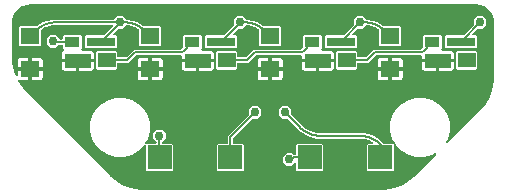
<source format=gbr>
G04 EAGLE Gerber RS-274X export*
G75*
%MOMM*%
%FSLAX34Y34*%
%LPD*%
%INTop Copper*%
%IPPOS*%
%AMOC8*
5,1,8,0,0,1.08239X$1,22.5*%
G01*
%ADD10R,1.600000X1.400000*%
%ADD11R,1.300000X0.900000*%
%ADD12R,2.200000X1.200000*%
%ADD13R,2.400000X0.800000*%
%ADD14R,1.500000X1.300000*%
%ADD15R,2.000000X2.000000*%
%ADD16C,0.756400*%
%ADD17C,0.152400*%

G36*
X487304Y403863D02*
X487304Y403863D01*
X487327Y403862D01*
X491157Y404050D01*
X491189Y404057D01*
X491268Y404064D01*
X498782Y405558D01*
X498804Y405566D01*
X498924Y405601D01*
X506002Y408533D01*
X506022Y408546D01*
X506133Y408603D01*
X512503Y412859D01*
X512527Y412882D01*
X512591Y412928D01*
X515433Y415504D01*
X515442Y415515D01*
X515460Y415529D01*
X534067Y434136D01*
X534081Y434156D01*
X534099Y434171D01*
X534152Y434255D01*
X534210Y434336D01*
X534217Y434359D01*
X534230Y434379D01*
X534253Y434476D01*
X534282Y434571D01*
X534282Y434595D01*
X534287Y434618D01*
X534279Y434717D01*
X534276Y434817D01*
X534268Y434839D01*
X534266Y434863D01*
X534226Y434954D01*
X534192Y435048D01*
X534177Y435067D01*
X534167Y435089D01*
X534100Y435162D01*
X534038Y435240D01*
X534018Y435253D01*
X534001Y435271D01*
X533915Y435319D01*
X533831Y435373D01*
X533808Y435379D01*
X533787Y435390D01*
X533689Y435409D01*
X533593Y435433D01*
X533568Y435431D01*
X533545Y435435D01*
X533446Y435421D01*
X533347Y435414D01*
X533325Y435404D01*
X533301Y435401D01*
X533148Y435334D01*
X530412Y433754D01*
X524012Y432039D01*
X517388Y432039D01*
X510988Y433754D01*
X505251Y437066D01*
X500566Y441751D01*
X500145Y442480D01*
X500115Y442518D01*
X500092Y442560D01*
X500038Y442612D01*
X499989Y442671D01*
X499949Y442696D01*
X499914Y442729D01*
X499845Y442761D01*
X499781Y442801D01*
X499735Y442813D01*
X499691Y442833D01*
X499616Y442841D01*
X499542Y442859D01*
X499494Y442855D01*
X499447Y442860D01*
X499372Y442844D01*
X499297Y442837D01*
X499253Y442818D01*
X499206Y442808D01*
X499141Y442769D01*
X499072Y442738D01*
X499036Y442706D01*
X498995Y442682D01*
X498946Y442624D01*
X498890Y442573D01*
X498866Y442531D01*
X498835Y442495D01*
X498807Y442424D01*
X498770Y442358D01*
X498761Y442311D01*
X498743Y442267D01*
X498729Y442138D01*
X498725Y442116D01*
X498726Y442110D01*
X498725Y442100D01*
X498725Y421168D01*
X497832Y420275D01*
X476568Y420275D01*
X475675Y421168D01*
X475675Y442432D01*
X476568Y443325D01*
X480255Y443325D01*
X480303Y443332D01*
X480351Y443331D01*
X480423Y443352D01*
X480498Y443364D01*
X480540Y443387D01*
X480587Y443401D01*
X480649Y443444D01*
X480716Y443480D01*
X480749Y443514D01*
X480788Y443542D01*
X480833Y443603D01*
X480885Y443658D01*
X480905Y443701D01*
X480934Y443740D01*
X480957Y443812D01*
X480989Y443881D01*
X480994Y443929D01*
X481008Y443974D01*
X481007Y444050D01*
X481016Y444125D01*
X481005Y444172D01*
X481005Y444220D01*
X480979Y444292D01*
X480963Y444366D01*
X480939Y444407D01*
X480923Y444452D01*
X480876Y444512D01*
X480837Y444577D01*
X480801Y444608D01*
X480771Y444646D01*
X480667Y444722D01*
X480650Y444737D01*
X480644Y444739D01*
X480636Y444745D01*
X478453Y446006D01*
X478438Y446011D01*
X478426Y446021D01*
X478269Y446082D01*
X472950Y447507D01*
X472927Y447509D01*
X472803Y447531D01*
X470050Y447712D01*
X470031Y447710D01*
X470000Y447713D01*
X433176Y447713D01*
X426134Y449600D01*
X419821Y453245D01*
X417244Y455822D01*
X417244Y455823D01*
X408696Y464370D01*
X408622Y464423D01*
X408552Y464483D01*
X408522Y464495D01*
X408496Y464514D01*
X408409Y464541D01*
X408324Y464575D01*
X408283Y464579D01*
X408261Y464586D01*
X408229Y464585D01*
X408157Y464593D01*
X404202Y464593D01*
X401093Y467702D01*
X401093Y472098D01*
X404202Y475207D01*
X408598Y475207D01*
X411707Y472098D01*
X411707Y468143D01*
X411721Y468052D01*
X411729Y467962D01*
X411741Y467932D01*
X411746Y467900D01*
X411789Y467819D01*
X411825Y467735D01*
X411851Y467703D01*
X411862Y467682D01*
X411885Y467660D01*
X411930Y467604D01*
X420477Y459056D01*
X420493Y459046D01*
X420514Y459022D01*
X422712Y457095D01*
X422732Y457082D01*
X422833Y457008D01*
X427887Y454090D01*
X427901Y454085D01*
X427914Y454075D01*
X428070Y454014D01*
X433706Y452504D01*
X433730Y452502D01*
X433854Y452480D01*
X436771Y452288D01*
X436790Y452290D01*
X436821Y452287D01*
X473479Y452287D01*
X480201Y450486D01*
X486228Y447006D01*
X488688Y444546D01*
X489500Y443734D01*
X489686Y443548D01*
X489760Y443494D01*
X489830Y443435D01*
X489860Y443423D01*
X489886Y443404D01*
X489973Y443377D01*
X490058Y443343D01*
X490099Y443339D01*
X490121Y443332D01*
X490153Y443333D01*
X490225Y443325D01*
X497832Y443325D01*
X498064Y443093D01*
X498083Y443078D01*
X498099Y443060D01*
X498183Y443007D01*
X498264Y442949D01*
X498286Y442942D01*
X498307Y442929D01*
X498404Y442906D01*
X498499Y442877D01*
X498523Y442877D01*
X498546Y442872D01*
X498645Y442880D01*
X498745Y442883D01*
X498767Y442891D01*
X498791Y442893D01*
X498882Y442933D01*
X498976Y442967D01*
X498994Y442983D01*
X499016Y442992D01*
X499090Y443059D01*
X499168Y443121D01*
X499181Y443141D01*
X499198Y443158D01*
X499247Y443244D01*
X499301Y443328D01*
X499306Y443351D01*
X499318Y443372D01*
X499336Y443470D01*
X499361Y443567D01*
X499359Y443591D01*
X499363Y443614D01*
X499349Y443713D01*
X499341Y443812D01*
X499332Y443834D01*
X499329Y443858D01*
X499261Y444011D01*
X497254Y447488D01*
X495539Y453888D01*
X495539Y460512D01*
X497254Y466912D01*
X500566Y472649D01*
X505251Y477334D01*
X510988Y480646D01*
X517388Y482361D01*
X524012Y482361D01*
X530412Y480646D01*
X536149Y477334D01*
X540834Y472649D01*
X544146Y466912D01*
X545861Y460512D01*
X545861Y453888D01*
X544146Y447488D01*
X542566Y444752D01*
X542558Y444730D01*
X542544Y444710D01*
X542515Y444615D01*
X542479Y444522D01*
X542479Y444498D01*
X542472Y444475D01*
X542474Y444376D01*
X542470Y444276D01*
X542477Y444253D01*
X542478Y444229D01*
X542512Y444136D01*
X542540Y444041D01*
X542554Y444021D01*
X542562Y443998D01*
X542624Y443921D01*
X542682Y443839D01*
X542701Y443825D01*
X542716Y443806D01*
X542800Y443752D01*
X542880Y443694D01*
X542903Y443686D01*
X542923Y443673D01*
X543019Y443649D01*
X543114Y443619D01*
X543138Y443619D01*
X543161Y443613D01*
X543260Y443621D01*
X543360Y443622D01*
X543383Y443630D01*
X543407Y443632D01*
X543498Y443671D01*
X543592Y443704D01*
X543611Y443719D01*
X543633Y443729D01*
X543764Y443833D01*
X571771Y471840D01*
X571779Y471852D01*
X571796Y471867D01*
X574372Y474709D01*
X574390Y474736D01*
X574441Y474797D01*
X578697Y481166D01*
X578707Y481188D01*
X578767Y481298D01*
X581699Y488376D01*
X581704Y488399D01*
X581742Y488518D01*
X583236Y496032D01*
X583238Y496065D01*
X583250Y496143D01*
X583438Y499973D01*
X583437Y499988D01*
X583439Y500011D01*
X583439Y546400D01*
X583436Y546422D01*
X583437Y546460D01*
X583264Y548662D01*
X583262Y548668D01*
X583263Y548673D01*
X583229Y548838D01*
X581868Y553027D01*
X581851Y553058D01*
X581843Y553093D01*
X581759Y553239D01*
X579171Y556802D01*
X579145Y556827D01*
X579126Y556858D01*
X579002Y556971D01*
X575439Y559559D01*
X575407Y559576D01*
X575379Y559599D01*
X575227Y559668D01*
X571038Y561029D01*
X571032Y561030D01*
X571027Y561032D01*
X570862Y561064D01*
X568660Y561237D01*
X568638Y561235D01*
X568600Y561239D01*
X190100Y561239D01*
X190078Y561236D01*
X190040Y561237D01*
X187838Y561064D01*
X187832Y561062D01*
X187827Y561063D01*
X187662Y561029D01*
X183473Y559668D01*
X183442Y559651D01*
X183407Y559643D01*
X183261Y559559D01*
X179698Y556971D01*
X179673Y556945D01*
X179642Y556926D01*
X179529Y556802D01*
X176941Y553239D01*
X176924Y553207D01*
X176901Y553179D01*
X176832Y553027D01*
X175471Y548838D01*
X175470Y548832D01*
X175468Y548827D01*
X175436Y548662D01*
X175263Y546460D01*
X175265Y546438D01*
X175261Y546400D01*
X175261Y516011D01*
X175263Y515996D01*
X175262Y515973D01*
X175450Y512143D01*
X175457Y512111D01*
X175464Y512032D01*
X176958Y504518D01*
X176966Y504496D01*
X177001Y504376D01*
X178495Y500770D01*
X178546Y500687D01*
X178592Y500602D01*
X178611Y500584D01*
X178624Y500561D01*
X178699Y500499D01*
X178770Y500432D01*
X178794Y500421D01*
X178814Y500404D01*
X178905Y500370D01*
X178993Y500329D01*
X179019Y500326D01*
X179043Y500316D01*
X179141Y500312D01*
X179237Y500301D01*
X179263Y500307D01*
X179289Y500306D01*
X179383Y500333D01*
X179478Y500354D01*
X179500Y500367D01*
X179525Y500374D01*
X179605Y500430D01*
X179689Y500480D01*
X179706Y500500D01*
X179727Y500515D01*
X179786Y500593D01*
X179849Y500667D01*
X179859Y500691D01*
X179874Y500712D01*
X179904Y500805D01*
X179941Y500895D01*
X179944Y500927D01*
X179950Y500946D01*
X179950Y500979D01*
X179959Y501062D01*
X179959Y505177D01*
X188977Y505177D01*
X188977Y497159D01*
X182166Y497159D01*
X181491Y497340D01*
X181395Y497350D01*
X181300Y497366D01*
X181274Y497362D01*
X181247Y497364D01*
X181153Y497343D01*
X181057Y497328D01*
X181033Y497316D01*
X181007Y497309D01*
X180925Y497259D01*
X180839Y497215D01*
X180820Y497195D01*
X180797Y497181D01*
X180735Y497107D01*
X180668Y497038D01*
X180657Y497013D01*
X180639Y496992D01*
X180604Y496903D01*
X180563Y496816D01*
X180560Y496789D01*
X180550Y496763D01*
X180545Y496667D01*
X180534Y496571D01*
X180539Y496545D01*
X180538Y496518D01*
X180564Y496425D01*
X180584Y496331D01*
X180600Y496300D01*
X180605Y496281D01*
X180624Y496254D01*
X180661Y496182D01*
X184259Y490797D01*
X184282Y490773D01*
X184328Y490709D01*
X186904Y487867D01*
X186915Y487858D01*
X186929Y487840D01*
X259240Y415529D01*
X259252Y415521D01*
X259267Y415504D01*
X262109Y412928D01*
X262136Y412910D01*
X262197Y412859D01*
X268567Y408603D01*
X268588Y408593D01*
X268698Y408533D01*
X275776Y405601D01*
X275799Y405596D01*
X275918Y405558D01*
X283432Y404064D01*
X283465Y404062D01*
X283543Y404050D01*
X287373Y403862D01*
X287388Y403863D01*
X287411Y403861D01*
X487289Y403861D01*
X487304Y403863D01*
G37*
%LPC*%
G36*
X289568Y420275D02*
X289568Y420275D01*
X288675Y421168D01*
X288675Y442100D01*
X288668Y442147D01*
X288669Y442195D01*
X288648Y442268D01*
X288636Y442343D01*
X288613Y442385D01*
X288599Y442431D01*
X288556Y442493D01*
X288520Y442560D01*
X288486Y442593D01*
X288458Y442632D01*
X288397Y442677D01*
X288342Y442729D01*
X288299Y442750D01*
X288260Y442778D01*
X288188Y442801D01*
X288119Y442833D01*
X288071Y442838D01*
X288026Y442853D01*
X287950Y442852D01*
X287875Y442860D01*
X287828Y442850D01*
X287780Y442849D01*
X287708Y442824D01*
X287634Y442808D01*
X287593Y442783D01*
X287548Y442767D01*
X287488Y442720D01*
X287423Y442682D01*
X287392Y442645D01*
X287354Y442616D01*
X287278Y442512D01*
X287263Y442495D01*
X287261Y442488D01*
X287255Y442480D01*
X286834Y441751D01*
X282149Y437066D01*
X276412Y433754D01*
X270012Y432039D01*
X263388Y432039D01*
X256988Y433754D01*
X251251Y437066D01*
X246566Y441751D01*
X243254Y447488D01*
X241539Y453888D01*
X241539Y460512D01*
X243254Y466912D01*
X246566Y472649D01*
X251251Y477334D01*
X256988Y480646D01*
X263388Y482361D01*
X270012Y482361D01*
X276412Y480646D01*
X282149Y477334D01*
X286834Y472649D01*
X290146Y466912D01*
X291861Y460512D01*
X291861Y453888D01*
X290146Y447488D01*
X288139Y444011D01*
X288130Y443989D01*
X288116Y443969D01*
X288087Y443874D01*
X288052Y443781D01*
X288051Y443757D01*
X288044Y443734D01*
X288046Y443635D01*
X288043Y443536D01*
X288049Y443512D01*
X288050Y443488D01*
X288084Y443395D01*
X288112Y443300D01*
X288126Y443280D01*
X288135Y443257D01*
X288197Y443180D01*
X288254Y443098D01*
X288273Y443084D01*
X288288Y443065D01*
X288372Y443011D01*
X288452Y442953D01*
X288475Y442945D01*
X288495Y442932D01*
X288591Y442908D01*
X288686Y442878D01*
X288710Y442878D01*
X288734Y442872D01*
X288833Y442880D01*
X288932Y442881D01*
X288955Y442889D01*
X288979Y442891D01*
X289070Y442930D01*
X289164Y442963D01*
X289183Y442978D01*
X289205Y442988D01*
X289336Y443092D01*
X289568Y443325D01*
X296952Y443325D01*
X296972Y443328D01*
X296991Y443326D01*
X297093Y443348D01*
X297195Y443364D01*
X297212Y443374D01*
X297232Y443378D01*
X297321Y443431D01*
X297412Y443480D01*
X297426Y443494D01*
X297443Y443504D01*
X297510Y443583D01*
X297582Y443658D01*
X297590Y443676D01*
X297603Y443691D01*
X297642Y443787D01*
X297685Y443881D01*
X297687Y443901D01*
X297695Y443919D01*
X297713Y444086D01*
X297713Y444467D01*
X297699Y444557D01*
X297691Y444648D01*
X297679Y444677D01*
X297674Y444709D01*
X297631Y444790D01*
X297595Y444874D01*
X297569Y444906D01*
X297558Y444927D01*
X297535Y444949D01*
X297490Y445005D01*
X294693Y447802D01*
X294693Y452198D01*
X297802Y455307D01*
X302198Y455307D01*
X305307Y452198D01*
X305307Y447802D01*
X302510Y445005D01*
X302457Y444931D01*
X302397Y444861D01*
X302385Y444831D01*
X302366Y444805D01*
X302339Y444718D01*
X302305Y444633D01*
X302301Y444592D01*
X302294Y444570D01*
X302295Y444538D01*
X302287Y444467D01*
X302287Y444086D01*
X302290Y444066D01*
X302288Y444047D01*
X302310Y443945D01*
X302326Y443843D01*
X302336Y443826D01*
X302340Y443806D01*
X302393Y443717D01*
X302442Y443626D01*
X302456Y443612D01*
X302466Y443595D01*
X302545Y443528D01*
X302620Y443456D01*
X302638Y443448D01*
X302653Y443435D01*
X302749Y443396D01*
X302843Y443353D01*
X302863Y443351D01*
X302881Y443343D01*
X303048Y443325D01*
X310832Y443325D01*
X311725Y442432D01*
X311725Y421168D01*
X310832Y420275D01*
X289568Y420275D01*
G37*
%LPD*%
%LPC*%
G36*
X238168Y524175D02*
X238168Y524175D01*
X237275Y525068D01*
X237275Y534332D01*
X238168Y535225D01*
X252775Y535225D01*
X252866Y535239D01*
X252956Y535247D01*
X252986Y535259D01*
X253018Y535264D01*
X253099Y535307D01*
X253183Y535343D01*
X253215Y535369D01*
X253236Y535380D01*
X253258Y535403D01*
X253314Y535448D01*
X260380Y542514D01*
X260422Y542572D01*
X260471Y542624D01*
X260493Y542671D01*
X260523Y542713D01*
X260544Y542782D01*
X260575Y542847D01*
X260580Y542899D01*
X260596Y542949D01*
X260594Y543020D01*
X260602Y543091D01*
X260591Y543142D01*
X260589Y543194D01*
X260565Y543262D01*
X260550Y543332D01*
X260523Y543377D01*
X260505Y543425D01*
X260460Y543481D01*
X260423Y543543D01*
X260384Y543577D01*
X260351Y543617D01*
X260291Y543656D01*
X260236Y543703D01*
X260188Y543722D01*
X260144Y543750D01*
X260075Y543768D01*
X260008Y543795D01*
X259937Y543803D01*
X259906Y543811D01*
X259882Y543809D01*
X259842Y543813D01*
X212421Y543813D01*
X212403Y543810D01*
X212371Y543812D01*
X209454Y543620D01*
X209431Y543615D01*
X209306Y543596D01*
X203670Y542086D01*
X203656Y542079D01*
X203640Y542077D01*
X203487Y542010D01*
X200405Y540231D01*
X200353Y540188D01*
X200295Y540153D01*
X200258Y540111D01*
X200215Y540075D01*
X200179Y540018D01*
X200135Y539966D01*
X200114Y539914D01*
X200084Y539867D01*
X200068Y539801D01*
X200043Y539738D01*
X200034Y539660D01*
X200027Y539628D01*
X200029Y539607D01*
X200025Y539572D01*
X200025Y527068D01*
X199132Y526175D01*
X181868Y526175D01*
X180975Y527068D01*
X180975Y542332D01*
X181868Y543225D01*
X195858Y543225D01*
X195971Y543243D01*
X196085Y543259D01*
X196094Y543263D01*
X196100Y543264D01*
X196120Y543275D01*
X196238Y543327D01*
X201734Y546500D01*
X208776Y548387D01*
X261167Y548387D01*
X261257Y548401D01*
X261348Y548409D01*
X261377Y548421D01*
X261409Y548426D01*
X261490Y548469D01*
X261574Y548505D01*
X261606Y548531D01*
X261627Y548542D01*
X261649Y548565D01*
X261705Y548610D01*
X264502Y551407D01*
X268898Y551407D01*
X271695Y548610D01*
X271769Y548557D01*
X271839Y548497D01*
X271869Y548485D01*
X271895Y548466D01*
X271982Y548439D01*
X272067Y548405D01*
X272108Y548401D01*
X272130Y548394D01*
X272162Y548395D01*
X272233Y548387D01*
X273824Y548387D01*
X280866Y546500D01*
X286362Y543327D01*
X286468Y543286D01*
X286576Y543243D01*
X286586Y543242D01*
X286592Y543240D01*
X286614Y543239D01*
X286742Y543225D01*
X300732Y543225D01*
X301625Y542332D01*
X301625Y527068D01*
X300732Y526175D01*
X283468Y526175D01*
X282575Y527068D01*
X282575Y539572D01*
X282564Y539638D01*
X282563Y539706D01*
X282545Y539759D01*
X282536Y539814D01*
X282504Y539874D01*
X282481Y539938D01*
X282447Y539982D01*
X282420Y540032D01*
X282372Y540078D01*
X282330Y540132D01*
X282266Y540178D01*
X282242Y540201D01*
X282223Y540210D01*
X282195Y540231D01*
X279113Y542010D01*
X279099Y542015D01*
X279086Y542025D01*
X278930Y542086D01*
X273294Y543596D01*
X273270Y543598D01*
X273146Y543620D01*
X272157Y543685D01*
X272041Y543674D01*
X271926Y543665D01*
X271919Y543662D01*
X271912Y543661D01*
X271805Y543614D01*
X271700Y543569D01*
X271693Y543563D01*
X271688Y543561D01*
X271672Y543547D01*
X271569Y543464D01*
X268898Y540793D01*
X265442Y540793D01*
X265352Y540779D01*
X265261Y540771D01*
X265232Y540759D01*
X265200Y540754D01*
X265119Y540711D01*
X265035Y540675D01*
X265003Y540649D01*
X264982Y540638D01*
X264960Y540615D01*
X264904Y540570D01*
X260858Y536524D01*
X260816Y536466D01*
X260767Y536414D01*
X260745Y536367D01*
X260715Y536325D01*
X260694Y536256D01*
X260663Y536191D01*
X260658Y536139D01*
X260642Y536089D01*
X260644Y536018D01*
X260636Y535947D01*
X260647Y535896D01*
X260649Y535844D01*
X260673Y535776D01*
X260688Y535706D01*
X260715Y535662D01*
X260733Y535613D01*
X260778Y535557D01*
X260815Y535495D01*
X260854Y535461D01*
X260887Y535421D01*
X260947Y535382D01*
X261002Y535335D01*
X261050Y535316D01*
X261094Y535288D01*
X261163Y535270D01*
X261230Y535243D01*
X261301Y535235D01*
X261332Y535227D01*
X261356Y535229D01*
X261396Y535225D01*
X263432Y535225D01*
X264325Y534332D01*
X264325Y525068D01*
X263432Y524175D01*
X238168Y524175D01*
G37*
%LPD*%
%LPC*%
G36*
X247168Y506175D02*
X247168Y506175D01*
X246275Y507068D01*
X246275Y521332D01*
X247168Y522225D01*
X263432Y522225D01*
X264325Y521332D01*
X264325Y517248D01*
X264328Y517228D01*
X264326Y517209D01*
X264348Y517107D01*
X264364Y517005D01*
X264374Y516988D01*
X264378Y516968D01*
X264431Y516879D01*
X264480Y516788D01*
X264494Y516774D01*
X264504Y516757D01*
X264583Y516690D01*
X264658Y516618D01*
X264676Y516610D01*
X264691Y516597D01*
X264787Y516558D01*
X264881Y516515D01*
X264901Y516513D01*
X264919Y516505D01*
X265086Y516487D01*
X271637Y516487D01*
X271728Y516501D01*
X271818Y516509D01*
X271848Y516521D01*
X271880Y516526D01*
X271961Y516569D01*
X272045Y516605D01*
X272077Y516631D01*
X272098Y516642D01*
X272120Y516665D01*
X272176Y516710D01*
X278453Y522987D01*
X317905Y522987D01*
X317995Y523001D01*
X318086Y523009D01*
X318115Y523021D01*
X318147Y523026D01*
X318228Y523069D01*
X318312Y523105D01*
X318344Y523131D01*
X318365Y523142D01*
X318387Y523165D01*
X318443Y523210D01*
X319652Y524419D01*
X319705Y524493D01*
X319765Y524563D01*
X319777Y524593D01*
X319796Y524619D01*
X319823Y524706D01*
X319857Y524791D01*
X319861Y524832D01*
X319868Y524854D01*
X319867Y524886D01*
X319875Y524957D01*
X319875Y534332D01*
X320768Y535225D01*
X335032Y535225D01*
X335925Y534332D01*
X335925Y524068D01*
X335397Y523540D01*
X335355Y523482D01*
X335305Y523430D01*
X335283Y523383D01*
X335253Y523341D01*
X335232Y523272D01*
X335202Y523207D01*
X335196Y523155D01*
X335181Y523105D01*
X335183Y523034D01*
X335175Y522963D01*
X335186Y522912D01*
X335187Y522860D01*
X335212Y522792D01*
X335227Y522722D01*
X335254Y522677D01*
X335271Y522629D01*
X335316Y522573D01*
X335353Y522511D01*
X335393Y522477D01*
X335425Y522437D01*
X335485Y522398D01*
X335540Y522351D01*
X335588Y522332D01*
X335632Y522304D01*
X335702Y522286D01*
X335768Y522259D01*
X335839Y522251D01*
X335871Y522243D01*
X335894Y522245D01*
X335935Y522241D01*
X343734Y522241D01*
X344381Y522068D01*
X344960Y521733D01*
X345433Y521260D01*
X345768Y520681D01*
X345941Y520034D01*
X345941Y515223D01*
X333162Y515223D01*
X333142Y515220D01*
X333123Y515222D01*
X333021Y515200D01*
X332919Y515183D01*
X332902Y515174D01*
X332882Y515170D01*
X332793Y515117D01*
X332702Y515068D01*
X332688Y515054D01*
X332671Y515044D01*
X332604Y514965D01*
X332533Y514890D01*
X332524Y514872D01*
X332511Y514857D01*
X332472Y514761D01*
X332429Y514667D01*
X332427Y514647D01*
X332419Y514629D01*
X332401Y514462D01*
X332401Y513699D01*
X332399Y513699D01*
X332399Y514462D01*
X332396Y514482D01*
X332398Y514501D01*
X332376Y514603D01*
X332359Y514705D01*
X332350Y514722D01*
X332346Y514742D01*
X332293Y514831D01*
X332244Y514922D01*
X332230Y514936D01*
X332220Y514953D01*
X332141Y515020D01*
X332066Y515091D01*
X332048Y515100D01*
X332033Y515113D01*
X331937Y515152D01*
X331843Y515195D01*
X331823Y515197D01*
X331805Y515205D01*
X331638Y515223D01*
X318859Y515223D01*
X318859Y517652D01*
X318856Y517672D01*
X318858Y517691D01*
X318836Y517793D01*
X318820Y517895D01*
X318810Y517912D01*
X318806Y517932D01*
X318753Y518021D01*
X318704Y518112D01*
X318690Y518126D01*
X318680Y518143D01*
X318601Y518210D01*
X318526Y518281D01*
X318508Y518290D01*
X318493Y518303D01*
X318397Y518342D01*
X318303Y518385D01*
X318283Y518387D01*
X318265Y518395D01*
X318098Y518413D01*
X280663Y518413D01*
X280572Y518399D01*
X280482Y518391D01*
X280452Y518379D01*
X280420Y518374D01*
X280339Y518331D01*
X280255Y518295D01*
X280223Y518269D01*
X280202Y518258D01*
X280180Y518235D01*
X280124Y518190D01*
X273847Y511913D01*
X265086Y511913D01*
X265066Y511910D01*
X265047Y511912D01*
X264945Y511890D01*
X264843Y511874D01*
X264826Y511864D01*
X264806Y511860D01*
X264717Y511807D01*
X264626Y511758D01*
X264612Y511744D01*
X264595Y511734D01*
X264528Y511655D01*
X264456Y511580D01*
X264448Y511562D01*
X264435Y511547D01*
X264396Y511451D01*
X264353Y511357D01*
X264351Y511337D01*
X264343Y511319D01*
X264325Y511152D01*
X264325Y507068D01*
X263432Y506175D01*
X247168Y506175D01*
G37*
%LPD*%
%LPC*%
G36*
X450368Y506175D02*
X450368Y506175D01*
X449475Y507068D01*
X449475Y521332D01*
X450368Y522225D01*
X466632Y522225D01*
X467525Y521332D01*
X467525Y517248D01*
X467528Y517228D01*
X467526Y517209D01*
X467548Y517107D01*
X467564Y517005D01*
X467574Y516988D01*
X467578Y516968D01*
X467631Y516879D01*
X467680Y516788D01*
X467694Y516774D01*
X467704Y516757D01*
X467783Y516690D01*
X467858Y516618D01*
X467876Y516610D01*
X467891Y516597D01*
X467987Y516558D01*
X468081Y516515D01*
X468101Y516513D01*
X468119Y516505D01*
X468286Y516487D01*
X474837Y516487D01*
X474928Y516501D01*
X475018Y516509D01*
X475048Y516521D01*
X475080Y516526D01*
X475161Y516569D01*
X475245Y516605D01*
X475277Y516631D01*
X475298Y516642D01*
X475320Y516665D01*
X475376Y516710D01*
X480090Y521424D01*
X481653Y522987D01*
X521105Y522987D01*
X521195Y523001D01*
X521286Y523009D01*
X521315Y523021D01*
X521347Y523026D01*
X521428Y523069D01*
X521512Y523105D01*
X521544Y523131D01*
X521565Y523142D01*
X521587Y523165D01*
X521643Y523210D01*
X522852Y524419D01*
X522905Y524493D01*
X522965Y524562D01*
X522977Y524593D01*
X522996Y524619D01*
X523023Y524706D01*
X523057Y524791D01*
X523061Y524832D01*
X523068Y524854D01*
X523067Y524886D01*
X523075Y524957D01*
X523075Y534332D01*
X523968Y535225D01*
X538232Y535225D01*
X539125Y534332D01*
X539125Y524068D01*
X538597Y523540D01*
X538555Y523482D01*
X538505Y523430D01*
X538483Y523383D01*
X538453Y523341D01*
X538432Y523272D01*
X538402Y523207D01*
X538396Y523155D01*
X538381Y523105D01*
X538383Y523034D01*
X538375Y522963D01*
X538386Y522912D01*
X538387Y522860D01*
X538412Y522792D01*
X538427Y522722D01*
X538454Y522677D01*
X538471Y522629D01*
X538516Y522573D01*
X538553Y522511D01*
X538593Y522477D01*
X538625Y522437D01*
X538685Y522398D01*
X538740Y522351D01*
X538788Y522332D01*
X538832Y522304D01*
X538902Y522286D01*
X538968Y522259D01*
X539039Y522251D01*
X539071Y522243D01*
X539094Y522245D01*
X539135Y522241D01*
X546934Y522241D01*
X547581Y522068D01*
X548160Y521733D01*
X548633Y521260D01*
X548968Y520681D01*
X549141Y520034D01*
X549141Y515223D01*
X536362Y515223D01*
X536342Y515220D01*
X536323Y515222D01*
X536221Y515200D01*
X536119Y515183D01*
X536102Y515174D01*
X536082Y515170D01*
X535993Y515117D01*
X535902Y515068D01*
X535888Y515054D01*
X535871Y515044D01*
X535804Y514965D01*
X535733Y514890D01*
X535724Y514872D01*
X535711Y514857D01*
X535672Y514761D01*
X535629Y514667D01*
X535627Y514647D01*
X535619Y514629D01*
X535601Y514462D01*
X535601Y513699D01*
X535599Y513699D01*
X535599Y514462D01*
X535596Y514482D01*
X535598Y514501D01*
X535576Y514603D01*
X535559Y514705D01*
X535550Y514722D01*
X535546Y514742D01*
X535493Y514831D01*
X535444Y514922D01*
X535430Y514936D01*
X535420Y514953D01*
X535341Y515020D01*
X535266Y515091D01*
X535248Y515100D01*
X535233Y515113D01*
X535137Y515152D01*
X535043Y515195D01*
X535023Y515197D01*
X535005Y515205D01*
X534838Y515223D01*
X522059Y515223D01*
X522059Y517652D01*
X522056Y517672D01*
X522058Y517691D01*
X522036Y517793D01*
X522020Y517895D01*
X522010Y517912D01*
X522006Y517932D01*
X521953Y518021D01*
X521904Y518112D01*
X521890Y518126D01*
X521880Y518143D01*
X521801Y518210D01*
X521726Y518281D01*
X521708Y518290D01*
X521693Y518303D01*
X521597Y518342D01*
X521503Y518385D01*
X521483Y518387D01*
X521465Y518395D01*
X521298Y518413D01*
X483862Y518413D01*
X483772Y518399D01*
X483681Y518391D01*
X483652Y518379D01*
X483620Y518374D01*
X483539Y518331D01*
X483455Y518295D01*
X483423Y518269D01*
X483402Y518258D01*
X483380Y518235D01*
X483324Y518190D01*
X477047Y511913D01*
X468286Y511913D01*
X468266Y511910D01*
X468247Y511912D01*
X468145Y511890D01*
X468043Y511874D01*
X468026Y511864D01*
X468006Y511860D01*
X467917Y511807D01*
X467826Y511758D01*
X467812Y511744D01*
X467795Y511734D01*
X467728Y511655D01*
X467656Y511580D01*
X467648Y511562D01*
X467635Y511547D01*
X467596Y511451D01*
X467553Y511357D01*
X467551Y511337D01*
X467543Y511319D01*
X467525Y511152D01*
X467525Y507068D01*
X466632Y506175D01*
X450368Y506175D01*
G37*
%LPD*%
%LPC*%
G36*
X348768Y506175D02*
X348768Y506175D01*
X347875Y507068D01*
X347875Y521332D01*
X348768Y522225D01*
X365032Y522225D01*
X365925Y521332D01*
X365925Y517248D01*
X365928Y517228D01*
X365926Y517209D01*
X365948Y517107D01*
X365964Y517005D01*
X365974Y516988D01*
X365978Y516968D01*
X366031Y516879D01*
X366080Y516788D01*
X366094Y516774D01*
X366104Y516757D01*
X366183Y516690D01*
X366258Y516618D01*
X366276Y516610D01*
X366291Y516597D01*
X366387Y516558D01*
X366481Y516515D01*
X366501Y516513D01*
X366519Y516505D01*
X366686Y516487D01*
X373238Y516487D01*
X373328Y516501D01*
X373419Y516509D01*
X373448Y516521D01*
X373480Y516526D01*
X373561Y516569D01*
X373645Y516605D01*
X373677Y516631D01*
X373698Y516642D01*
X373720Y516665D01*
X373776Y516710D01*
X378490Y521424D01*
X380053Y522987D01*
X419505Y522987D01*
X419595Y523001D01*
X419686Y523009D01*
X419715Y523021D01*
X419747Y523026D01*
X419828Y523069D01*
X419912Y523105D01*
X419944Y523131D01*
X419965Y523142D01*
X419987Y523165D01*
X420043Y523210D01*
X421252Y524419D01*
X421305Y524493D01*
X421365Y524562D01*
X421377Y524593D01*
X421396Y524619D01*
X421423Y524706D01*
X421457Y524791D01*
X421461Y524832D01*
X421468Y524854D01*
X421467Y524886D01*
X421475Y524957D01*
X421475Y534332D01*
X422368Y535225D01*
X436632Y535225D01*
X437525Y534332D01*
X437525Y524068D01*
X436997Y523540D01*
X436955Y523482D01*
X436905Y523430D01*
X436883Y523383D01*
X436853Y523341D01*
X436832Y523272D01*
X436802Y523207D01*
X436796Y523155D01*
X436781Y523105D01*
X436783Y523034D01*
X436775Y522963D01*
X436786Y522912D01*
X436787Y522860D01*
X436812Y522792D01*
X436827Y522722D01*
X436854Y522677D01*
X436871Y522629D01*
X436916Y522573D01*
X436953Y522511D01*
X436993Y522477D01*
X437025Y522437D01*
X437085Y522398D01*
X437140Y522351D01*
X437188Y522332D01*
X437232Y522304D01*
X437302Y522286D01*
X437368Y522259D01*
X437439Y522251D01*
X437471Y522243D01*
X437494Y522245D01*
X437535Y522241D01*
X445334Y522241D01*
X445981Y522068D01*
X446560Y521733D01*
X447033Y521260D01*
X447368Y520681D01*
X447541Y520034D01*
X447541Y515223D01*
X434762Y515223D01*
X434742Y515220D01*
X434723Y515222D01*
X434621Y515200D01*
X434519Y515183D01*
X434502Y515174D01*
X434482Y515170D01*
X434393Y515117D01*
X434302Y515068D01*
X434288Y515054D01*
X434271Y515044D01*
X434204Y514965D01*
X434133Y514890D01*
X434124Y514872D01*
X434111Y514857D01*
X434072Y514761D01*
X434029Y514667D01*
X434027Y514647D01*
X434019Y514629D01*
X434001Y514462D01*
X434001Y513699D01*
X433999Y513699D01*
X433999Y514462D01*
X433996Y514482D01*
X433998Y514501D01*
X433976Y514603D01*
X433959Y514705D01*
X433950Y514722D01*
X433946Y514742D01*
X433893Y514831D01*
X433844Y514922D01*
X433830Y514936D01*
X433820Y514953D01*
X433741Y515020D01*
X433666Y515091D01*
X433648Y515100D01*
X433633Y515113D01*
X433537Y515152D01*
X433443Y515195D01*
X433423Y515197D01*
X433405Y515205D01*
X433238Y515223D01*
X420459Y515223D01*
X420459Y517652D01*
X420456Y517672D01*
X420458Y517691D01*
X420436Y517793D01*
X420420Y517895D01*
X420410Y517912D01*
X420406Y517932D01*
X420353Y518021D01*
X420304Y518112D01*
X420290Y518126D01*
X420280Y518143D01*
X420201Y518210D01*
X420126Y518281D01*
X420108Y518290D01*
X420093Y518303D01*
X419997Y518342D01*
X419903Y518385D01*
X419883Y518387D01*
X419865Y518395D01*
X419698Y518413D01*
X382262Y518413D01*
X382172Y518399D01*
X382081Y518391D01*
X382052Y518379D01*
X382020Y518374D01*
X381939Y518331D01*
X381855Y518295D01*
X381823Y518269D01*
X381802Y518258D01*
X381780Y518235D01*
X381724Y518190D01*
X377010Y513476D01*
X375447Y511913D01*
X366686Y511913D01*
X366666Y511910D01*
X366647Y511912D01*
X366545Y511890D01*
X366443Y511874D01*
X366426Y511864D01*
X366406Y511860D01*
X366317Y511807D01*
X366226Y511758D01*
X366212Y511744D01*
X366195Y511734D01*
X366128Y511655D01*
X366056Y511580D01*
X366048Y511562D01*
X366035Y511547D01*
X365996Y511451D01*
X365953Y511357D01*
X365951Y511337D01*
X365943Y511319D01*
X365925Y511152D01*
X365925Y507068D01*
X365032Y506175D01*
X348768Y506175D01*
G37*
%LPD*%
%LPC*%
G36*
X441368Y524175D02*
X441368Y524175D01*
X440475Y525068D01*
X440475Y534332D01*
X441368Y535225D01*
X455475Y535225D01*
X455566Y535239D01*
X455656Y535247D01*
X455686Y535259D01*
X455718Y535264D01*
X455799Y535307D01*
X455883Y535343D01*
X455915Y535369D01*
X455936Y535380D01*
X455958Y535403D01*
X456014Y535448D01*
X464370Y543804D01*
X464423Y543878D01*
X464483Y543948D01*
X464495Y543978D01*
X464514Y544004D01*
X464541Y544091D01*
X464575Y544176D01*
X464579Y544217D01*
X464586Y544239D01*
X464585Y544271D01*
X464593Y544343D01*
X464593Y548298D01*
X467702Y551407D01*
X472098Y551407D01*
X474895Y548610D01*
X474969Y548557D01*
X475039Y548497D01*
X475069Y548485D01*
X475095Y548466D01*
X475182Y548439D01*
X475267Y548405D01*
X475308Y548401D01*
X475330Y548394D01*
X475362Y548395D01*
X475433Y548387D01*
X477024Y548387D01*
X484066Y546500D01*
X489562Y543327D01*
X489668Y543286D01*
X489776Y543243D01*
X489786Y543242D01*
X489792Y543240D01*
X489814Y543239D01*
X489942Y543225D01*
X503932Y543225D01*
X504825Y542332D01*
X504825Y527068D01*
X503932Y526175D01*
X486668Y526175D01*
X485775Y527068D01*
X485775Y539572D01*
X485764Y539638D01*
X485763Y539706D01*
X485745Y539759D01*
X485736Y539814D01*
X485704Y539874D01*
X485681Y539938D01*
X485647Y539982D01*
X485620Y540032D01*
X485572Y540078D01*
X485530Y540132D01*
X485466Y540178D01*
X485442Y540201D01*
X485423Y540210D01*
X485395Y540231D01*
X482313Y542010D01*
X482299Y542015D01*
X482286Y542025D01*
X482130Y542086D01*
X476494Y543596D01*
X476470Y543598D01*
X476346Y543620D01*
X475357Y543685D01*
X475241Y543674D01*
X475126Y543665D01*
X475119Y543662D01*
X475112Y543662D01*
X475006Y543614D01*
X474900Y543569D01*
X474893Y543563D01*
X474888Y543561D01*
X474873Y543547D01*
X474769Y543464D01*
X472098Y540793D01*
X468143Y540793D01*
X468052Y540779D01*
X467962Y540771D01*
X467932Y540759D01*
X467900Y540754D01*
X467819Y540711D01*
X467735Y540675D01*
X467703Y540649D01*
X467682Y540638D01*
X467660Y540615D01*
X467604Y540570D01*
X463558Y536524D01*
X463516Y536466D01*
X463467Y536414D01*
X463445Y536367D01*
X463415Y536325D01*
X463394Y536256D01*
X463363Y536191D01*
X463358Y536139D01*
X463342Y536089D01*
X463344Y536018D01*
X463336Y535947D01*
X463347Y535896D01*
X463349Y535844D01*
X463373Y535776D01*
X463388Y535706D01*
X463415Y535661D01*
X463433Y535613D01*
X463478Y535557D01*
X463515Y535495D01*
X463554Y535461D01*
X463587Y535421D01*
X463647Y535382D01*
X463702Y535335D01*
X463750Y535316D01*
X463794Y535288D01*
X463863Y535270D01*
X463930Y535243D01*
X464001Y535235D01*
X464032Y535227D01*
X464056Y535229D01*
X464096Y535225D01*
X466632Y535225D01*
X467525Y534332D01*
X467525Y525068D01*
X466632Y524175D01*
X441368Y524175D01*
G37*
%LPD*%
%LPC*%
G36*
X339768Y524175D02*
X339768Y524175D01*
X338875Y525068D01*
X338875Y534332D01*
X339768Y535225D01*
X354375Y535225D01*
X354466Y535239D01*
X354556Y535247D01*
X354586Y535259D01*
X354618Y535264D01*
X354699Y535307D01*
X354783Y535343D01*
X354815Y535369D01*
X354836Y535380D01*
X354858Y535403D01*
X354914Y535448D01*
X362770Y543304D01*
X362823Y543378D01*
X362883Y543448D01*
X362895Y543478D01*
X362914Y543504D01*
X362941Y543591D01*
X362975Y543676D01*
X362979Y543717D01*
X362986Y543739D01*
X362985Y543771D01*
X362993Y543843D01*
X362993Y548298D01*
X366102Y551407D01*
X370498Y551407D01*
X373295Y548610D01*
X373369Y548557D01*
X373439Y548497D01*
X373469Y548485D01*
X373495Y548466D01*
X373582Y548439D01*
X373667Y548405D01*
X373708Y548401D01*
X373730Y548394D01*
X373762Y548395D01*
X373833Y548387D01*
X375424Y548387D01*
X382466Y546500D01*
X387962Y543327D01*
X388068Y543286D01*
X388176Y543243D01*
X388186Y543242D01*
X388192Y543240D01*
X388214Y543239D01*
X388342Y543225D01*
X402332Y543225D01*
X403225Y542332D01*
X403225Y527068D01*
X402332Y526175D01*
X385068Y526175D01*
X384175Y527068D01*
X384175Y539572D01*
X384164Y539638D01*
X384163Y539706D01*
X384145Y539759D01*
X384136Y539814D01*
X384104Y539874D01*
X384081Y539938D01*
X384047Y539982D01*
X384020Y540032D01*
X383972Y540078D01*
X383930Y540131D01*
X383866Y540178D01*
X383842Y540201D01*
X383823Y540210D01*
X383795Y540231D01*
X380713Y542010D01*
X380699Y542015D01*
X380686Y542025D01*
X380530Y542086D01*
X374894Y543596D01*
X374870Y543598D01*
X374746Y543620D01*
X373757Y543685D01*
X373641Y543674D01*
X373526Y543665D01*
X373519Y543662D01*
X373512Y543661D01*
X373405Y543614D01*
X373300Y543569D01*
X373293Y543563D01*
X373288Y543561D01*
X373272Y543547D01*
X373169Y543464D01*
X370498Y540793D01*
X367043Y540793D01*
X366952Y540779D01*
X366862Y540771D01*
X366832Y540759D01*
X366800Y540754D01*
X366719Y540711D01*
X366635Y540675D01*
X366603Y540649D01*
X366582Y540638D01*
X366560Y540615D01*
X366504Y540570D01*
X362458Y536524D01*
X362416Y536466D01*
X362367Y536414D01*
X362345Y536367D01*
X362315Y536325D01*
X362294Y536256D01*
X362263Y536191D01*
X362258Y536139D01*
X362242Y536089D01*
X362244Y536018D01*
X362236Y535947D01*
X362247Y535896D01*
X362249Y535844D01*
X362273Y535776D01*
X362288Y535706D01*
X362315Y535661D01*
X362333Y535613D01*
X362378Y535557D01*
X362415Y535495D01*
X362454Y535461D01*
X362487Y535421D01*
X362547Y535382D01*
X362602Y535335D01*
X362650Y535316D01*
X362694Y535288D01*
X362763Y535270D01*
X362830Y535243D01*
X362901Y535235D01*
X362932Y535227D01*
X362956Y535229D01*
X362996Y535225D01*
X365032Y535225D01*
X365925Y534332D01*
X365925Y525068D01*
X365032Y524175D01*
X339768Y524175D01*
G37*
%LPD*%
%LPC*%
G36*
X349568Y420275D02*
X349568Y420275D01*
X348675Y421168D01*
X348675Y442432D01*
X349568Y443325D01*
X357152Y443325D01*
X357172Y443328D01*
X357191Y443326D01*
X357293Y443348D01*
X357395Y443364D01*
X357412Y443374D01*
X357432Y443378D01*
X357521Y443431D01*
X357612Y443480D01*
X357626Y443494D01*
X357643Y443504D01*
X357710Y443583D01*
X357782Y443658D01*
X357790Y443676D01*
X357803Y443691D01*
X357842Y443787D01*
X357885Y443881D01*
X357887Y443901D01*
X357895Y443919D01*
X357913Y444086D01*
X357913Y450047D01*
X375470Y467604D01*
X375523Y467678D01*
X375583Y467748D01*
X375595Y467778D01*
X375614Y467804D01*
X375641Y467891D01*
X375675Y467976D01*
X375679Y468017D01*
X375686Y468039D01*
X375685Y468071D01*
X375693Y468143D01*
X375693Y472098D01*
X378802Y475207D01*
X383198Y475207D01*
X386307Y472098D01*
X386307Y467702D01*
X383198Y464593D01*
X379243Y464593D01*
X379152Y464579D01*
X379062Y464571D01*
X379032Y464559D01*
X379000Y464554D01*
X378919Y464511D01*
X378835Y464475D01*
X378803Y464449D01*
X378782Y464438D01*
X378760Y464415D01*
X378704Y464370D01*
X362710Y448376D01*
X362657Y448302D01*
X362597Y448232D01*
X362585Y448202D01*
X362566Y448176D01*
X362539Y448089D01*
X362505Y448004D01*
X362501Y447963D01*
X362494Y447941D01*
X362495Y447909D01*
X362487Y447837D01*
X362487Y444086D01*
X362490Y444066D01*
X362488Y444047D01*
X362510Y443945D01*
X362526Y443843D01*
X362536Y443826D01*
X362540Y443806D01*
X362593Y443717D01*
X362642Y443626D01*
X362656Y443612D01*
X362666Y443595D01*
X362745Y443528D01*
X362820Y443456D01*
X362838Y443448D01*
X362853Y443435D01*
X362949Y443396D01*
X363043Y443353D01*
X363063Y443351D01*
X363081Y443343D01*
X363248Y443325D01*
X370832Y443325D01*
X371725Y442432D01*
X371725Y421168D01*
X370832Y420275D01*
X349568Y420275D01*
G37*
%LPD*%
%LPC*%
G36*
X416568Y420275D02*
X416568Y420275D01*
X415675Y421168D01*
X415675Y426333D01*
X415664Y426403D01*
X415662Y426475D01*
X415644Y426524D01*
X415636Y426575D01*
X415602Y426639D01*
X415577Y426706D01*
X415545Y426747D01*
X415520Y426793D01*
X415468Y426842D01*
X415424Y426898D01*
X415380Y426926D01*
X415342Y426962D01*
X415277Y426992D01*
X415217Y427031D01*
X415166Y427044D01*
X415119Y427066D01*
X415048Y427074D01*
X414978Y427091D01*
X414926Y427087D01*
X414875Y427093D01*
X414804Y427078D01*
X414733Y427072D01*
X414685Y427052D01*
X414634Y427041D01*
X414573Y427004D01*
X414507Y426976D01*
X414451Y426931D01*
X414423Y426914D01*
X414408Y426897D01*
X414376Y426871D01*
X412198Y424693D01*
X407802Y424693D01*
X404693Y427802D01*
X404693Y432198D01*
X407802Y435307D01*
X412198Y435307D01*
X413195Y434310D01*
X413269Y434257D01*
X413339Y434197D01*
X413369Y434185D01*
X413395Y434166D01*
X413482Y434139D01*
X413567Y434105D01*
X413608Y434101D01*
X413630Y434094D01*
X413662Y434095D01*
X413733Y434087D01*
X414914Y434087D01*
X414934Y434090D01*
X414953Y434088D01*
X415055Y434110D01*
X415157Y434126D01*
X415174Y434136D01*
X415194Y434140D01*
X415283Y434193D01*
X415374Y434242D01*
X415388Y434256D01*
X415405Y434266D01*
X415472Y434345D01*
X415544Y434420D01*
X415552Y434438D01*
X415565Y434453D01*
X415604Y434549D01*
X415647Y434643D01*
X415649Y434663D01*
X415657Y434681D01*
X415675Y434848D01*
X415675Y442432D01*
X416568Y443325D01*
X437832Y443325D01*
X438725Y442432D01*
X438725Y421168D01*
X437832Y420275D01*
X416568Y420275D01*
G37*
%LPD*%
%LPC*%
G36*
X230799Y513699D02*
X230799Y513699D01*
X230799Y514462D01*
X230796Y514482D01*
X230798Y514501D01*
X230776Y514603D01*
X230759Y514705D01*
X230750Y514722D01*
X230746Y514742D01*
X230693Y514831D01*
X230644Y514922D01*
X230630Y514936D01*
X230620Y514953D01*
X230541Y515020D01*
X230466Y515091D01*
X230448Y515100D01*
X230433Y515113D01*
X230337Y515152D01*
X230243Y515195D01*
X230223Y515197D01*
X230205Y515205D01*
X230038Y515223D01*
X217259Y515223D01*
X217259Y520034D01*
X217432Y520681D01*
X217767Y521260D01*
X218240Y521733D01*
X218884Y522105D01*
X218976Y522180D01*
X219069Y522254D01*
X219071Y522258D01*
X219074Y522261D01*
X219137Y522360D01*
X219202Y522461D01*
X219203Y522465D01*
X219205Y522469D01*
X219233Y522584D01*
X219262Y522700D01*
X219261Y522704D01*
X219262Y522708D01*
X219252Y522827D01*
X219243Y522945D01*
X219241Y522949D01*
X219241Y522953D01*
X219193Y523062D01*
X219146Y523171D01*
X219143Y523175D01*
X219142Y523178D01*
X219133Y523188D01*
X219041Y523302D01*
X218275Y524068D01*
X218275Y526152D01*
X218272Y526172D01*
X218274Y526191D01*
X218252Y526293D01*
X218236Y526395D01*
X218226Y526412D01*
X218222Y526432D01*
X218169Y526521D01*
X218120Y526612D01*
X218106Y526626D01*
X218096Y526643D01*
X218017Y526710D01*
X217942Y526782D01*
X217924Y526790D01*
X217909Y526803D01*
X217813Y526842D01*
X217719Y526885D01*
X217699Y526887D01*
X217681Y526895D01*
X217514Y526913D01*
X214733Y526913D01*
X214643Y526899D01*
X214552Y526891D01*
X214523Y526879D01*
X214491Y526874D01*
X214410Y526831D01*
X214326Y526795D01*
X214294Y526769D01*
X214273Y526758D01*
X214251Y526735D01*
X214195Y526690D01*
X212198Y524693D01*
X207802Y524693D01*
X204693Y527802D01*
X204693Y532198D01*
X207802Y535307D01*
X212198Y535307D01*
X215311Y532194D01*
X215330Y532107D01*
X215346Y532005D01*
X215356Y531988D01*
X215360Y531968D01*
X215413Y531879D01*
X215462Y531788D01*
X215476Y531774D01*
X215486Y531757D01*
X215565Y531690D01*
X215640Y531618D01*
X215658Y531610D01*
X215673Y531597D01*
X215769Y531558D01*
X215863Y531515D01*
X215883Y531513D01*
X215901Y531505D01*
X216068Y531487D01*
X217514Y531487D01*
X217534Y531490D01*
X217553Y531488D01*
X217655Y531510D01*
X217757Y531526D01*
X217774Y531536D01*
X217794Y531540D01*
X217883Y531593D01*
X217974Y531642D01*
X217988Y531656D01*
X218005Y531666D01*
X218072Y531745D01*
X218144Y531820D01*
X218152Y531838D01*
X218165Y531853D01*
X218204Y531949D01*
X218247Y532043D01*
X218249Y532063D01*
X218257Y532081D01*
X218275Y532248D01*
X218275Y534332D01*
X219168Y535225D01*
X233432Y535225D01*
X234325Y534332D01*
X234325Y524068D01*
X233797Y523540D01*
X233755Y523482D01*
X233705Y523430D01*
X233683Y523383D01*
X233653Y523341D01*
X233632Y523272D01*
X233602Y523207D01*
X233596Y523155D01*
X233581Y523105D01*
X233583Y523034D01*
X233575Y522963D01*
X233586Y522912D01*
X233587Y522860D01*
X233612Y522792D01*
X233627Y522722D01*
X233654Y522677D01*
X233671Y522629D01*
X233716Y522573D01*
X233753Y522511D01*
X233793Y522477D01*
X233825Y522437D01*
X233885Y522398D01*
X233940Y522351D01*
X233988Y522332D01*
X234032Y522304D01*
X234102Y522286D01*
X234168Y522259D01*
X234239Y522251D01*
X234271Y522243D01*
X234294Y522245D01*
X234335Y522241D01*
X242134Y522241D01*
X242781Y522068D01*
X243360Y521733D01*
X243833Y521260D01*
X244168Y520681D01*
X244341Y520034D01*
X244341Y515223D01*
X231562Y515223D01*
X231542Y515220D01*
X231523Y515222D01*
X231421Y515200D01*
X231319Y515183D01*
X231302Y515174D01*
X231282Y515170D01*
X231193Y515117D01*
X231102Y515068D01*
X231088Y515054D01*
X231071Y515044D01*
X231004Y514965D01*
X230933Y514890D01*
X230924Y514872D01*
X230911Y514857D01*
X230872Y514761D01*
X230829Y514667D01*
X230827Y514647D01*
X230819Y514629D01*
X230801Y514462D01*
X230801Y513699D01*
X230799Y513699D01*
G37*
%LPD*%
%LPC*%
G36*
X542968Y524175D02*
X542968Y524175D01*
X542075Y525068D01*
X542075Y534332D01*
X542968Y535225D01*
X557076Y535225D01*
X557166Y535239D01*
X557257Y535247D01*
X557286Y535259D01*
X557318Y535264D01*
X557399Y535307D01*
X557483Y535343D01*
X557515Y535369D01*
X557536Y535380D01*
X557558Y535403D01*
X557614Y535448D01*
X565970Y543804D01*
X566023Y543878D01*
X566083Y543948D01*
X566095Y543978D01*
X566114Y544004D01*
X566141Y544091D01*
X566175Y544176D01*
X566179Y544217D01*
X566186Y544239D01*
X566185Y544271D01*
X566193Y544342D01*
X566193Y548298D01*
X569302Y551407D01*
X573698Y551407D01*
X576807Y548298D01*
X576807Y543902D01*
X573698Y540793D01*
X569742Y540793D01*
X569652Y540779D01*
X569561Y540771D01*
X569532Y540759D01*
X569500Y540754D01*
X569419Y540711D01*
X569335Y540675D01*
X569303Y540649D01*
X569282Y540638D01*
X569260Y540615D01*
X569204Y540570D01*
X565158Y536524D01*
X565116Y536466D01*
X565067Y536414D01*
X565045Y536367D01*
X565015Y536325D01*
X564994Y536256D01*
X564963Y536191D01*
X564958Y536139D01*
X564942Y536089D01*
X564944Y536018D01*
X564936Y535947D01*
X564947Y535896D01*
X564949Y535844D01*
X564973Y535776D01*
X564988Y535706D01*
X565015Y535662D01*
X565033Y535613D01*
X565078Y535557D01*
X565115Y535495D01*
X565154Y535461D01*
X565187Y535421D01*
X565247Y535382D01*
X565302Y535335D01*
X565350Y535316D01*
X565394Y535288D01*
X565463Y535270D01*
X565530Y535243D01*
X565601Y535235D01*
X565632Y535227D01*
X565656Y535229D01*
X565696Y535225D01*
X568232Y535225D01*
X569125Y534332D01*
X569125Y525068D01*
X568232Y524175D01*
X542968Y524175D01*
G37*
%LPD*%
%LPC*%
G36*
X551968Y506175D02*
X551968Y506175D01*
X551075Y507068D01*
X551075Y521332D01*
X551968Y522225D01*
X568232Y522225D01*
X569125Y521332D01*
X569125Y507068D01*
X568232Y506175D01*
X551968Y506175D01*
G37*
%LPD*%
%LPC*%
G36*
X232323Y505159D02*
X232323Y505159D01*
X232323Y512177D01*
X244341Y512177D01*
X244341Y507366D01*
X244168Y506719D01*
X243833Y506140D01*
X243360Y505667D01*
X242781Y505332D01*
X242134Y505159D01*
X232323Y505159D01*
G37*
%LPD*%
%LPC*%
G36*
X333923Y505159D02*
X333923Y505159D01*
X333923Y512177D01*
X345941Y512177D01*
X345941Y507366D01*
X345768Y506719D01*
X345433Y506140D01*
X344960Y505667D01*
X344381Y505332D01*
X343734Y505159D01*
X333923Y505159D01*
G37*
%LPD*%
%LPC*%
G36*
X435523Y505159D02*
X435523Y505159D01*
X435523Y512177D01*
X447541Y512177D01*
X447541Y507366D01*
X447368Y506719D01*
X447033Y506140D01*
X446560Y505667D01*
X445981Y505332D01*
X445334Y505159D01*
X435523Y505159D01*
G37*
%LPD*%
%LPC*%
G36*
X537123Y505159D02*
X537123Y505159D01*
X537123Y512177D01*
X549141Y512177D01*
X549141Y507366D01*
X548968Y506719D01*
X548633Y506140D01*
X548160Y505667D01*
X547581Y505332D01*
X546934Y505159D01*
X537123Y505159D01*
G37*
%LPD*%
%LPC*%
G36*
X524266Y505159D02*
X524266Y505159D01*
X523619Y505332D01*
X523040Y505667D01*
X522567Y506140D01*
X522232Y506719D01*
X522059Y507366D01*
X522059Y512177D01*
X534077Y512177D01*
X534077Y505159D01*
X524266Y505159D01*
G37*
%LPD*%
%LPC*%
G36*
X219466Y505159D02*
X219466Y505159D01*
X218819Y505332D01*
X218240Y505667D01*
X217767Y506140D01*
X217432Y506719D01*
X217259Y507366D01*
X217259Y512177D01*
X229277Y512177D01*
X229277Y505159D01*
X219466Y505159D01*
G37*
%LPD*%
%LPC*%
G36*
X321066Y505159D02*
X321066Y505159D01*
X320419Y505332D01*
X319840Y505667D01*
X319367Y506140D01*
X319032Y506719D01*
X318859Y507366D01*
X318859Y512177D01*
X330877Y512177D01*
X330877Y505159D01*
X321066Y505159D01*
G37*
%LPD*%
%LPC*%
G36*
X422666Y505159D02*
X422666Y505159D01*
X422019Y505332D01*
X421440Y505667D01*
X420967Y506140D01*
X420632Y506719D01*
X420459Y507366D01*
X420459Y512177D01*
X432477Y512177D01*
X432477Y505159D01*
X422666Y505159D01*
G37*
%LPD*%
%LPC*%
G36*
X192023Y508223D02*
X192023Y508223D01*
X192023Y516241D01*
X198834Y516241D01*
X199481Y516068D01*
X200060Y515733D01*
X200533Y515260D01*
X200868Y514681D01*
X201041Y514034D01*
X201041Y508223D01*
X192023Y508223D01*
G37*
%LPD*%
%LPC*%
G36*
X496823Y508223D02*
X496823Y508223D01*
X496823Y516241D01*
X503634Y516241D01*
X504281Y516068D01*
X504860Y515733D01*
X505333Y515260D01*
X505668Y514681D01*
X505841Y514034D01*
X505841Y508223D01*
X496823Y508223D01*
G37*
%LPD*%
%LPC*%
G36*
X395223Y508223D02*
X395223Y508223D01*
X395223Y516241D01*
X402034Y516241D01*
X402681Y516068D01*
X403260Y515733D01*
X403733Y515260D01*
X404068Y514681D01*
X404241Y514034D01*
X404241Y508223D01*
X395223Y508223D01*
G37*
%LPD*%
%LPC*%
G36*
X293623Y508223D02*
X293623Y508223D01*
X293623Y516241D01*
X300434Y516241D01*
X301081Y516068D01*
X301660Y515733D01*
X302133Y515260D01*
X302468Y514681D01*
X302641Y514034D01*
X302641Y508223D01*
X293623Y508223D01*
G37*
%LPD*%
%LPC*%
G36*
X383159Y508223D02*
X383159Y508223D01*
X383159Y514034D01*
X383332Y514681D01*
X383667Y515260D01*
X384140Y515733D01*
X384719Y516068D01*
X385366Y516241D01*
X392177Y516241D01*
X392177Y508223D01*
X383159Y508223D01*
G37*
%LPD*%
%LPC*%
G36*
X281559Y508223D02*
X281559Y508223D01*
X281559Y514034D01*
X281732Y514681D01*
X282067Y515260D01*
X282540Y515733D01*
X283119Y516068D01*
X283766Y516241D01*
X290577Y516241D01*
X290577Y508223D01*
X281559Y508223D01*
G37*
%LPD*%
%LPC*%
G36*
X484759Y508223D02*
X484759Y508223D01*
X484759Y514034D01*
X484932Y514681D01*
X485267Y515260D01*
X485740Y515733D01*
X486319Y516068D01*
X486966Y516241D01*
X493777Y516241D01*
X493777Y508223D01*
X484759Y508223D01*
G37*
%LPD*%
%LPC*%
G36*
X179959Y508223D02*
X179959Y508223D01*
X179959Y514034D01*
X180132Y514681D01*
X180467Y515260D01*
X180940Y515733D01*
X181519Y516068D01*
X182166Y516241D01*
X188977Y516241D01*
X188977Y508223D01*
X179959Y508223D01*
G37*
%LPD*%
%LPC*%
G36*
X496823Y497159D02*
X496823Y497159D01*
X496823Y505177D01*
X505841Y505177D01*
X505841Y499366D01*
X505668Y498719D01*
X505333Y498140D01*
X504860Y497667D01*
X504281Y497332D01*
X503634Y497159D01*
X496823Y497159D01*
G37*
%LPD*%
%LPC*%
G36*
X192023Y497159D02*
X192023Y497159D01*
X192023Y505177D01*
X201041Y505177D01*
X201041Y499366D01*
X200868Y498719D01*
X200533Y498140D01*
X200060Y497667D01*
X199481Y497332D01*
X198834Y497159D01*
X192023Y497159D01*
G37*
%LPD*%
%LPC*%
G36*
X293623Y497159D02*
X293623Y497159D01*
X293623Y505177D01*
X302641Y505177D01*
X302641Y499366D01*
X302468Y498719D01*
X302133Y498140D01*
X301660Y497667D01*
X301081Y497332D01*
X300434Y497159D01*
X293623Y497159D01*
G37*
%LPD*%
%LPC*%
G36*
X395223Y497159D02*
X395223Y497159D01*
X395223Y505177D01*
X404241Y505177D01*
X404241Y499366D01*
X404068Y498719D01*
X403733Y498140D01*
X403260Y497667D01*
X402681Y497332D01*
X402034Y497159D01*
X395223Y497159D01*
G37*
%LPD*%
%LPC*%
G36*
X283766Y497159D02*
X283766Y497159D01*
X283119Y497332D01*
X282540Y497667D01*
X282067Y498140D01*
X281732Y498719D01*
X281559Y499366D01*
X281559Y505177D01*
X290577Y505177D01*
X290577Y497159D01*
X283766Y497159D01*
G37*
%LPD*%
%LPC*%
G36*
X385366Y497159D02*
X385366Y497159D01*
X384719Y497332D01*
X384140Y497667D01*
X383667Y498140D01*
X383332Y498719D01*
X383159Y499366D01*
X383159Y505177D01*
X392177Y505177D01*
X392177Y497159D01*
X385366Y497159D01*
G37*
%LPD*%
%LPC*%
G36*
X486966Y497159D02*
X486966Y497159D01*
X486319Y497332D01*
X485740Y497667D01*
X485267Y498140D01*
X484932Y498719D01*
X484759Y499366D01*
X484759Y505177D01*
X493777Y505177D01*
X493777Y497159D01*
X486966Y497159D01*
G37*
%LPD*%
%LPC*%
G36*
X495299Y506699D02*
X495299Y506699D01*
X495299Y506701D01*
X495301Y506701D01*
X495301Y506699D01*
X495299Y506699D01*
G37*
%LPD*%
%LPC*%
G36*
X393699Y506699D02*
X393699Y506699D01*
X393699Y506701D01*
X393701Y506701D01*
X393701Y506699D01*
X393699Y506699D01*
G37*
%LPD*%
%LPC*%
G36*
X292099Y506699D02*
X292099Y506699D01*
X292099Y506701D01*
X292101Y506701D01*
X292101Y506699D01*
X292099Y506699D01*
G37*
%LPD*%
%LPC*%
G36*
X190499Y506699D02*
X190499Y506699D01*
X190499Y506701D01*
X190501Y506701D01*
X190501Y506699D01*
X190499Y506699D01*
G37*
%LPD*%
D10*
X292100Y534700D03*
X292100Y506700D03*
X393700Y534700D03*
X393700Y506700D03*
X190500Y534700D03*
X190500Y506700D03*
X495300Y534700D03*
X495300Y506700D03*
D11*
X226300Y529200D03*
D12*
X230800Y513700D03*
D13*
X250800Y529700D03*
D14*
X255300Y514200D03*
D11*
X327900Y529200D03*
D12*
X332400Y513700D03*
D13*
X352400Y529700D03*
D14*
X356900Y514200D03*
D11*
X429500Y529200D03*
D12*
X434000Y513700D03*
D13*
X454000Y529700D03*
D14*
X458500Y514200D03*
D11*
X531100Y529200D03*
D12*
X535600Y513700D03*
D13*
X555600Y529700D03*
D14*
X560100Y514200D03*
D15*
X360200Y431800D03*
X300200Y431800D03*
X487200Y431800D03*
X427200Y431800D03*
D16*
X419100Y469900D03*
X406400Y469900D03*
D17*
X418861Y457440D01*
X418860Y457439D02*
X419307Y457004D01*
X419763Y456580D01*
X420230Y456167D01*
X420707Y455766D01*
X421194Y455376D01*
X421690Y454999D01*
X422195Y454633D01*
X422710Y454281D01*
X423232Y453941D01*
X423763Y453614D01*
X424301Y453300D01*
X424848Y452999D01*
X425401Y452712D01*
X425961Y452439D01*
X426528Y452179D01*
X427101Y451933D01*
X427680Y451702D01*
X428264Y451485D01*
X428853Y451282D01*
X429448Y451094D01*
X430046Y450920D01*
X430649Y450761D01*
X431256Y450617D01*
X431866Y450488D01*
X432479Y450374D01*
X433094Y450275D01*
X433712Y450191D01*
X434331Y450122D01*
X434952Y450069D01*
X435575Y450031D01*
X436198Y450008D01*
X436821Y450000D01*
X470000Y450000D01*
X470592Y449993D01*
X471185Y449971D01*
X471776Y449935D01*
X472366Y449884D01*
X472955Y449818D01*
X473542Y449739D01*
X474127Y449645D01*
X474710Y449536D01*
X475290Y449413D01*
X475866Y449276D01*
X476439Y449125D01*
X477008Y448960D01*
X477573Y448782D01*
X478133Y448589D01*
X478689Y448382D01*
X479239Y448162D01*
X479783Y447929D01*
X480322Y447682D01*
X480855Y447422D01*
X481380Y447149D01*
X481900Y446864D01*
X482411Y446565D01*
X482916Y446254D01*
X483413Y445931D01*
X483901Y445596D01*
X484381Y445249D01*
X484853Y444890D01*
X485316Y444520D01*
X485769Y444139D01*
X486213Y443746D01*
X486647Y443343D01*
X487071Y442929D01*
X490000Y440000D01*
X490000Y438560D01*
X489997Y438333D01*
X489989Y438105D01*
X489976Y437878D01*
X489957Y437651D01*
X489932Y437425D01*
X489903Y437199D01*
X489868Y436975D01*
X489827Y436751D01*
X489782Y436528D01*
X489731Y436306D01*
X489674Y436086D01*
X489613Y435867D01*
X489546Y435649D01*
X489474Y435433D01*
X489397Y435219D01*
X489315Y435007D01*
X489228Y434797D01*
X489136Y434589D01*
X489039Y434383D01*
X488937Y434179D01*
X488831Y433978D01*
X488719Y433780D01*
X488603Y433584D01*
X488482Y433391D01*
X488357Y433202D01*
X488227Y433015D01*
X488093Y432831D01*
X487955Y432650D01*
X487812Y432473D01*
X487665Y432300D01*
X487514Y432129D01*
X487359Y431963D01*
X487200Y431800D01*
D16*
X210000Y530000D03*
D17*
X210800Y529200D02*
X226300Y529200D01*
X210800Y529200D02*
X210000Y530000D01*
D16*
X381000Y469900D03*
D17*
X360200Y449100D01*
X360200Y431800D01*
D16*
X266700Y546100D03*
X368300Y546100D03*
X469900Y546100D03*
X571500Y546100D03*
X410000Y430000D03*
X300000Y450000D03*
D17*
X194461Y538661D02*
X190500Y534700D01*
X194460Y538661D02*
X194907Y539096D01*
X195363Y539520D01*
X195830Y539933D01*
X196307Y540334D01*
X196794Y540724D01*
X197290Y541101D01*
X197795Y541467D01*
X198310Y541819D01*
X198832Y542159D01*
X199363Y542486D01*
X199901Y542800D01*
X200448Y543101D01*
X201001Y543388D01*
X201561Y543661D01*
X202128Y543921D01*
X202701Y544167D01*
X203280Y544398D01*
X203864Y544615D01*
X204453Y544818D01*
X205048Y545006D01*
X205646Y545180D01*
X206249Y545339D01*
X206856Y545483D01*
X207466Y545612D01*
X208079Y545726D01*
X208694Y545825D01*
X209312Y545909D01*
X209931Y545978D01*
X210552Y546031D01*
X211175Y546069D01*
X211798Y546092D01*
X212421Y546100D01*
X266700Y546100D01*
X266346Y545246D02*
X250800Y529700D01*
X266346Y545247D02*
X266393Y545296D01*
X266437Y545347D01*
X266477Y545402D01*
X266515Y545458D01*
X266549Y545516D01*
X266580Y545576D01*
X266608Y545638D01*
X266632Y545701D01*
X266653Y545766D01*
X266670Y545831D01*
X266683Y545898D01*
X266692Y545965D01*
X266698Y546032D01*
X266700Y546100D01*
X270179Y546100D01*
X270802Y546092D01*
X271425Y546069D01*
X272048Y546031D01*
X272669Y545978D01*
X273288Y545909D01*
X273906Y545825D01*
X274521Y545726D01*
X275134Y545612D01*
X275744Y545483D01*
X276351Y545339D01*
X276954Y545180D01*
X277552Y545006D01*
X278147Y544818D01*
X278736Y544615D01*
X279320Y544398D01*
X279899Y544167D01*
X280472Y543921D01*
X281039Y543661D01*
X281599Y543388D01*
X282152Y543101D01*
X282699Y542800D01*
X283237Y542486D01*
X283768Y542159D01*
X284290Y541819D01*
X284805Y541467D01*
X285310Y541101D01*
X285806Y540724D01*
X286293Y540334D01*
X286770Y539933D01*
X287237Y539520D01*
X287693Y539096D01*
X288140Y538661D01*
X292100Y534700D01*
X367946Y545247D02*
X367993Y545296D01*
X368037Y545347D01*
X368077Y545402D01*
X368115Y545458D01*
X368149Y545516D01*
X368180Y545576D01*
X368208Y545638D01*
X368232Y545701D01*
X368253Y545766D01*
X368270Y545831D01*
X368283Y545898D01*
X368292Y545965D01*
X368298Y546032D01*
X368300Y546100D01*
X367946Y545246D02*
X352400Y529700D01*
X368300Y546100D02*
X371779Y546100D01*
X372402Y546092D01*
X373025Y546069D01*
X373648Y546031D01*
X374269Y545978D01*
X374888Y545909D01*
X375506Y545825D01*
X376121Y545726D01*
X376734Y545612D01*
X377344Y545483D01*
X377951Y545339D01*
X378554Y545180D01*
X379152Y545006D01*
X379747Y544818D01*
X380336Y544615D01*
X380920Y544398D01*
X381499Y544167D01*
X382072Y543921D01*
X382639Y543661D01*
X383199Y543388D01*
X383752Y543101D01*
X384299Y542800D01*
X384837Y542486D01*
X385368Y542159D01*
X385890Y541819D01*
X386405Y541467D01*
X386910Y541101D01*
X387406Y540724D01*
X387893Y540334D01*
X388370Y539933D01*
X388837Y539520D01*
X389293Y539096D01*
X389740Y538661D01*
X393700Y534700D01*
X454354Y530554D02*
X469900Y546100D01*
X454354Y530553D02*
X454307Y530504D01*
X454263Y530453D01*
X454223Y530398D01*
X454185Y530342D01*
X454151Y530284D01*
X454120Y530224D01*
X454092Y530162D01*
X454068Y530099D01*
X454047Y530034D01*
X454030Y529969D01*
X454017Y529902D01*
X454008Y529835D01*
X454002Y529768D01*
X454000Y529700D01*
X469900Y546100D02*
X473379Y546100D01*
X474002Y546092D01*
X474625Y546069D01*
X475248Y546031D01*
X475869Y545978D01*
X476488Y545909D01*
X477106Y545825D01*
X477721Y545726D01*
X478334Y545612D01*
X478944Y545483D01*
X479551Y545339D01*
X480154Y545180D01*
X480752Y545006D01*
X481347Y544818D01*
X481936Y544615D01*
X482520Y544398D01*
X483099Y544167D01*
X483672Y543921D01*
X484239Y543661D01*
X484799Y543388D01*
X485352Y543101D01*
X485899Y542800D01*
X486437Y542486D01*
X486968Y542159D01*
X487490Y541819D01*
X488005Y541467D01*
X488510Y541101D01*
X489006Y540724D01*
X489493Y540334D01*
X489970Y539933D01*
X490437Y539520D01*
X490893Y539096D01*
X491340Y538661D01*
X495300Y534700D01*
X555954Y530554D02*
X571500Y546100D01*
X555954Y530553D02*
X555907Y530504D01*
X555863Y530453D01*
X555823Y530398D01*
X555785Y530342D01*
X555751Y530284D01*
X555720Y530224D01*
X555692Y530162D01*
X555668Y530099D01*
X555647Y530034D01*
X555630Y529969D01*
X555617Y529902D01*
X555608Y529835D01*
X555602Y529768D01*
X555600Y529700D01*
X300000Y450000D02*
X300000Y432283D01*
X300002Y432234D01*
X300007Y432186D01*
X300016Y432138D01*
X300028Y432091D01*
X300043Y432044D01*
X300062Y431999D01*
X300084Y431956D01*
X300108Y431914D01*
X300136Y431874D01*
X300167Y431836D01*
X300200Y431800D01*
X410000Y430000D02*
X410112Y430109D01*
X410226Y430214D01*
X410343Y430317D01*
X410462Y430417D01*
X410584Y430514D01*
X410708Y430608D01*
X410835Y430698D01*
X410964Y430786D01*
X411095Y430870D01*
X411228Y430950D01*
X411363Y431028D01*
X411500Y431102D01*
X411639Y431172D01*
X411780Y431239D01*
X411922Y431302D01*
X412066Y431362D01*
X412211Y431417D01*
X412358Y431470D01*
X412506Y431518D01*
X412655Y431563D01*
X412805Y431604D01*
X412957Y431641D01*
X413109Y431674D01*
X413262Y431704D01*
X413415Y431729D01*
X413570Y431751D01*
X413724Y431768D01*
X413879Y431782D01*
X414035Y431792D01*
X414190Y431798D01*
X414346Y431800D01*
X427200Y431800D01*
X272900Y514200D02*
X255300Y514200D01*
X272900Y514200D02*
X279400Y520700D01*
X319167Y520700D02*
X320453Y521986D01*
X320686Y521986D01*
X327900Y529200D01*
X319167Y520700D02*
X279400Y520700D01*
X356900Y514200D02*
X374500Y514200D01*
X381000Y520700D01*
X420767Y520700D02*
X422053Y521986D01*
X422286Y521986D01*
X429500Y529200D01*
X420767Y520700D02*
X381000Y520700D01*
X458500Y514200D02*
X476100Y514200D01*
X482600Y520700D01*
X522367Y520700D02*
X523653Y521986D01*
X523886Y521986D01*
X531100Y529200D01*
X522367Y520700D02*
X482600Y520700D01*
M02*

</source>
